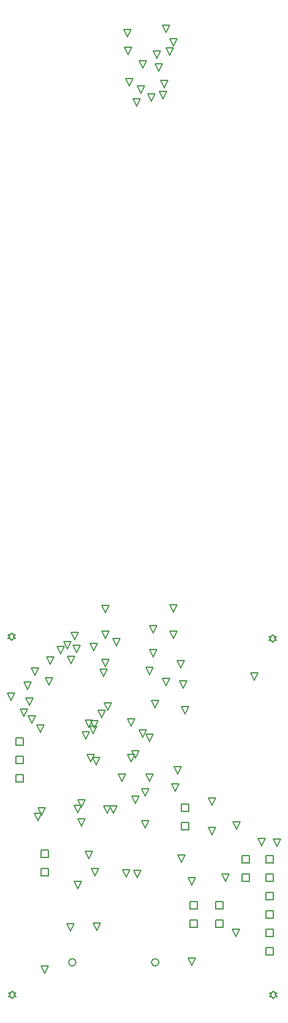
<source format=gbr>
%TF.GenerationSoftware,Altium Limited,Altium Designer,19.1.5 (86)*%
G04 Layer_Color=2752767*
%FSLAX26Y26*%
%MOIN*%
%TF.FileFunction,Drawing*%
%TF.Part,Single*%
G01*
G75*
%TA.AperFunction,NonConductor*%
%ADD51C,0.005000*%
%ADD86C,0.006667*%
D51*
X4245000Y2250000D02*
Y2290000D01*
X4285000D01*
Y2250000D01*
X4245000D01*
Y2350000D02*
Y2390000D01*
X4285000D01*
Y2350000D01*
X4245000D01*
X4575000Y1970000D02*
Y2010000D01*
X4615000D01*
Y1970000D01*
X4575000D01*
Y2070000D02*
Y2110000D01*
X4615000D01*
Y2070000D01*
X4575000D01*
X4430000Y1720000D02*
Y1760000D01*
X4470000D01*
Y1720000D01*
X4430000D01*
Y1820000D02*
Y1860000D01*
X4470000D01*
Y1820000D01*
X4430000D01*
X4290000Y1720000D02*
Y1760000D01*
X4330000D01*
Y1720000D01*
X4290000D01*
Y1820000D02*
Y1860000D01*
X4330000D01*
Y1820000D01*
X4290000D01*
X3345000Y2510000D02*
Y2550000D01*
X3385000D01*
Y2510000D01*
X3345000D01*
Y2610000D02*
Y2650000D01*
X3385000D01*
Y2610000D01*
X3345000D01*
Y2710000D02*
Y2750000D01*
X3385000D01*
Y2710000D01*
X3345000D01*
X3480000Y2000000D02*
Y2040000D01*
X3520000D01*
Y2000000D01*
X3480000D01*
Y2100000D02*
Y2140000D01*
X3520000D01*
Y2100000D01*
X3480000D01*
X4705000Y1570000D02*
Y1610000D01*
X4745000D01*
Y1570000D01*
X4705000D01*
Y1670000D02*
Y1710000D01*
X4745000D01*
Y1670000D01*
X4705000D01*
Y1770000D02*
Y1810000D01*
X4745000D01*
Y1770000D01*
X4705000D01*
Y1870000D02*
Y1910000D01*
X4745000D01*
Y1870000D01*
X4705000D01*
Y1970000D02*
Y2010000D01*
X4745000D01*
Y1970000D01*
X4705000D01*
Y2070000D02*
Y2110000D01*
X4745000D01*
Y2070000D01*
X4705000D01*
X3810000Y2860000D02*
X3790000Y2900000D01*
X3830000D01*
X3810000Y2860000D01*
X3750000Y2620000D02*
X3730000Y2660000D01*
X3770000D01*
X3750000Y2620000D01*
X3465000Y2300000D02*
X3445000Y2340000D01*
X3485000D01*
X3465000Y2300000D01*
X3485000Y2330000D02*
X3465000Y2370000D01*
X3505000D01*
X3485000Y2330000D01*
X3920000Y2515000D02*
X3900000Y2555000D01*
X3940000D01*
X3920000Y2515000D01*
X3840000Y2340000D02*
X3820000Y2380000D01*
X3860000D01*
X3840000Y2340000D01*
X3700000Y2375000D02*
X3680000Y2415000D01*
X3720000D01*
X3700000Y2375000D01*
X4070000Y2515000D02*
X4050000Y2555000D01*
X4090000D01*
X4070000Y2515000D01*
X3995000Y2395000D02*
X3975000Y2435000D01*
X4015000D01*
X3995000Y2395000D01*
X4046575Y2433425D02*
X4026575Y2473425D01*
X4066575D01*
X4046575Y2433425D01*
X4210000Y2460000D02*
X4190000Y2500000D01*
X4230000D01*
X4210000Y2460000D01*
X3945000Y1995000D02*
X3925000Y2035000D01*
X3965000D01*
X3945000Y1995000D01*
X3740000Y2095000D02*
X3720000Y2135000D01*
X3760000D01*
X3740000Y2095000D01*
X4035000Y2755000D02*
X4015000Y2795000D01*
X4055000D01*
X4035000Y2755000D01*
X4200000Y3435000D02*
X4180000Y3475000D01*
X4220000D01*
X4200000Y3435000D01*
Y3290000D02*
X4180000Y3330000D01*
X4220000D01*
X4200000Y3290000D01*
X3830312Y3429501D02*
X3810312Y3469501D01*
X3850312D01*
X3830312Y3429501D01*
X3780000Y2605000D02*
X3760000Y2645000D01*
X3800000D01*
X3780000Y2605000D01*
X3970000Y2620000D02*
X3950000Y2660000D01*
X3990000D01*
X3970000Y2620000D01*
X3995000Y2640000D02*
X3975000Y2680000D01*
X4015000D01*
X3995000Y2640000D01*
X4070000Y2730000D02*
X4050000Y2770000D01*
X4090000D01*
X4070000Y2730000D01*
X3845000Y2900000D02*
X3825000Y2940000D01*
X3865000D01*
X3845000Y2900000D01*
X3740421Y2805421D02*
X3720421Y2845421D01*
X3760421D01*
X3740421Y2805421D01*
X3625000Y3235000D02*
X3605000Y3275000D01*
X3645000D01*
X3625000Y3235000D01*
X3820000Y3085000D02*
X3800000Y3125000D01*
X3840000D01*
X3820000Y3085000D01*
X3430000Y2830000D02*
X3410000Y2870000D01*
X3450000D01*
X3430000Y2830000D01*
X3785000Y1705000D02*
X3765000Y1745000D01*
X3805000D01*
X3785000Y1705000D01*
X3640000Y1700000D02*
X3620000Y1740000D01*
X3660000D01*
X3640000Y1700000D01*
X4090000Y3320000D02*
X4070000Y3360000D01*
X4110000D01*
X4090000Y3320000D01*
Y3190000D02*
X4070000Y3230000D01*
X4110000D01*
X4090000Y3190000D01*
X4255000Y3020000D02*
X4235000Y3060000D01*
X4275000D01*
X4255000Y3020000D01*
X4145000Y6225000D02*
X4125000Y6265000D01*
X4165000D01*
X4145000Y6225000D01*
X4035000Y6390000D02*
X4015000Y6430000D01*
X4055000D01*
X4035000Y6390000D01*
X4150000Y6285000D02*
X4130000Y6325000D01*
X4170000D01*
X4150000Y6285000D01*
X3960000Y6295000D02*
X3940000Y6335000D01*
X3980000D01*
X3960000Y6295000D01*
X4080000Y6210000D02*
X4060000Y6250000D01*
X4100000D01*
X4080000Y6210000D01*
X4110000Y6445000D02*
X4090000Y6485000D01*
X4130000D01*
X4110000Y6445000D01*
X4160000Y6585000D02*
X4140000Y6625000D01*
X4180000D01*
X4160000Y6585000D01*
X3950000Y6560000D02*
X3930000Y6600000D01*
X3970000D01*
X3950000Y6560000D01*
X4200000Y6510000D02*
X4180000Y6550000D01*
X4220000D01*
X4200000Y6510000D01*
X4070000Y3095000D02*
X4050000Y3135000D01*
X4090000D01*
X4070000Y3095000D01*
X4046707Y2261707D02*
X4026707Y2301707D01*
X4066707D01*
X4046707Y2261707D01*
X3725000Y2745000D02*
X3705000Y2785000D01*
X3745000D01*
X3725000Y2745000D01*
X3765000Y2775000D02*
X3745000Y2815000D01*
X3785000D01*
X3765000Y2775000D01*
X3770000Y2805000D02*
X3750000Y2845000D01*
X3790000D01*
X3770000Y2805000D01*
X3970000Y2815000D02*
X3950000Y2855000D01*
X3990000D01*
X3970000Y2815000D01*
X4765000Y2160000D02*
X4745000Y2200000D01*
X4785000D01*
X4765000Y2160000D01*
X4680000Y2165000D02*
X4660000Y2205000D01*
X4700000D01*
X4680000Y2165000D01*
X3830000Y3290000D02*
X3810000Y3330000D01*
X3850000D01*
X3830000Y3290000D01*
X3890000Y3250000D02*
X3870000Y3290000D01*
X3910000D01*
X3890000Y3250000D01*
X4640000Y3065000D02*
X4620000Y3105000D01*
X4660000D01*
X4640000Y3065000D01*
X4265000Y2880000D02*
X4245000Y2920000D01*
X4285000D01*
X4265000Y2880000D01*
X4160000Y3035000D02*
X4140000Y3075000D01*
X4180000D01*
X4160000Y3035000D01*
X4240000Y3130000D02*
X4220000Y3170000D01*
X4260000D01*
X4240000Y3130000D01*
X4100000Y2915000D02*
X4080000Y2955000D01*
X4120000D01*
X4100000Y2915000D01*
X3875000Y2340000D02*
X3855000Y2380000D01*
X3895000D01*
X3875000Y2340000D01*
X3680000Y2345000D02*
X3660000Y2385000D01*
X3700000D01*
X3680000Y2345000D01*
X3700000Y2270000D02*
X3680000Y2310000D01*
X3720000D01*
X3700000Y2270000D01*
X4225000Y2555000D02*
X4205000Y2595000D01*
X4245000D01*
X4225000Y2555000D01*
X4410000Y2385000D02*
X4390000Y2425000D01*
X4430000D01*
X4410000Y2385000D01*
Y2225000D02*
X4390000Y2265000D01*
X4430000D01*
X4410000Y2225000D01*
X4545000Y2255000D02*
X4525000Y2295000D01*
X4565000D01*
X4545000Y2255000D01*
X4300000Y1950000D02*
X4280000Y1990000D01*
X4320000D01*
X4300000Y1950000D01*
X4245000Y2075000D02*
X4225000Y2115000D01*
X4265000D01*
X4245000Y2075000D01*
X4485000Y1970000D02*
X4465000Y2010000D01*
X4505000D01*
X4485000Y1970000D01*
X3775000Y2000000D02*
X3755000Y2040000D01*
X3795000D01*
X3775000Y2000000D01*
X4540000Y1670000D02*
X4520000Y1710000D01*
X4560000D01*
X4540000Y1670000D01*
X4300000Y1515000D02*
X4280000Y1555000D01*
X4320000D01*
X4300000Y1515000D01*
X3680000Y1930000D02*
X3660000Y1970000D01*
X3700000D01*
X3680000Y1930000D01*
X4005000Y1990000D02*
X3985000Y2030000D01*
X4025000D01*
X4005000Y1990000D01*
X3500000Y1470000D02*
X3480000Y1510000D01*
X3520000D01*
X3500000Y1470000D01*
X3955000Y6465000D02*
X3935000Y6505000D01*
X3975000D01*
X3955000Y6465000D01*
X4180000Y6460000D02*
X4160000Y6500000D01*
X4200000D01*
X4180000Y6460000D01*
X4000000Y6185000D02*
X3980000Y6225000D01*
X4020000D01*
X4000000Y6185000D01*
X4025000Y6255000D02*
X4005000Y6295000D01*
X4045000D01*
X4025000Y6255000D01*
X4120000Y6375000D02*
X4100000Y6415000D01*
X4140000D01*
X4120000Y6375000D01*
X3831758Y3135973D02*
X3811758Y3175973D01*
X3851758D01*
X3831758Y3135973D01*
X3663718Y3281960D02*
X3643718Y3321960D01*
X3683718D01*
X3663718Y3281960D01*
X3768317Y3221960D02*
X3748317Y3261960D01*
X3788317D01*
X3768317Y3221960D01*
X3672912Y3211960D02*
X3652912Y3251960D01*
X3692912D01*
X3672912Y3211960D01*
X3645073Y3151960D02*
X3625073Y3191960D01*
X3665073D01*
X3645073Y3151960D01*
X3588167Y3206960D02*
X3568167Y3246960D01*
X3608167D01*
X3588167Y3206960D01*
X3530000Y3150000D02*
X3510000Y3190000D01*
X3550000D01*
X3530000Y3150000D01*
X3477008Y2778846D02*
X3457008Y2818846D01*
X3497008D01*
X3477008Y2778846D01*
X3386758Y2866960D02*
X3366758Y2906960D01*
X3406758D01*
X3386758Y2866960D01*
X3523215Y3037784D02*
X3503215Y3077784D01*
X3543215D01*
X3523215Y3037784D01*
X3446758Y3089362D02*
X3426758Y3129362D01*
X3466758D01*
X3446758Y3089362D01*
X3406758Y3011960D02*
X3386758Y3051960D01*
X3426758D01*
X3406758Y3011960D01*
X3416723Y2925383D02*
X3396723Y2965383D01*
X3436723D01*
X3416723Y2925383D01*
X3316758Y2951960D02*
X3296758Y2991960D01*
X3336758D01*
X3316758Y2951960D01*
X4740000Y3270000D02*
X4750000Y3280000D01*
X4760000D01*
X4750000Y3290000D01*
X4760000Y3300000D01*
X4750000D01*
X4740000Y3310000D01*
X4730000Y3300000D01*
X4720000D01*
X4730000Y3290000D01*
X4720000Y3280000D01*
X4730000D01*
X4740000Y3270000D01*
X3325000Y1335000D02*
X3335000Y1345000D01*
X3345000D01*
X3335000Y1355000D01*
X3345000Y1365000D01*
X3335000D01*
X3325000Y1375000D01*
X3315000Y1365000D01*
X3305000D01*
X3315000Y1355000D01*
X3305000Y1345000D01*
X3315000D01*
X3325000Y1335000D01*
X4745000D02*
X4755000Y1345000D01*
X4765000D01*
X4755000Y1355000D01*
X4765000Y1365000D01*
X4755000D01*
X4745000Y1375000D01*
X4735000Y1365000D01*
X4725000D01*
X4735000Y1355000D01*
X4725000Y1345000D01*
X4735000D01*
X4745000Y1335000D01*
X3320000Y3280000D02*
X3330000Y3290000D01*
X3340000D01*
X3330000Y3300000D01*
X3340000Y3310000D01*
X3330000D01*
X3320000Y3320000D01*
X3310000Y3310000D01*
X3300000D01*
X3310000Y3300000D01*
X3300000Y3290000D01*
X3310000D01*
X3320000Y3280000D01*
D86*
X3670000Y1530000D02*
G03*
X3670000Y1530000I-20000J0D01*
G01*
X4120787D02*
G03*
X4120787Y1530000I-20000J0D01*
G01*
%TF.MD5,d1d6022fa140a158c2a80000d527b2d3*%
M02*

</source>
